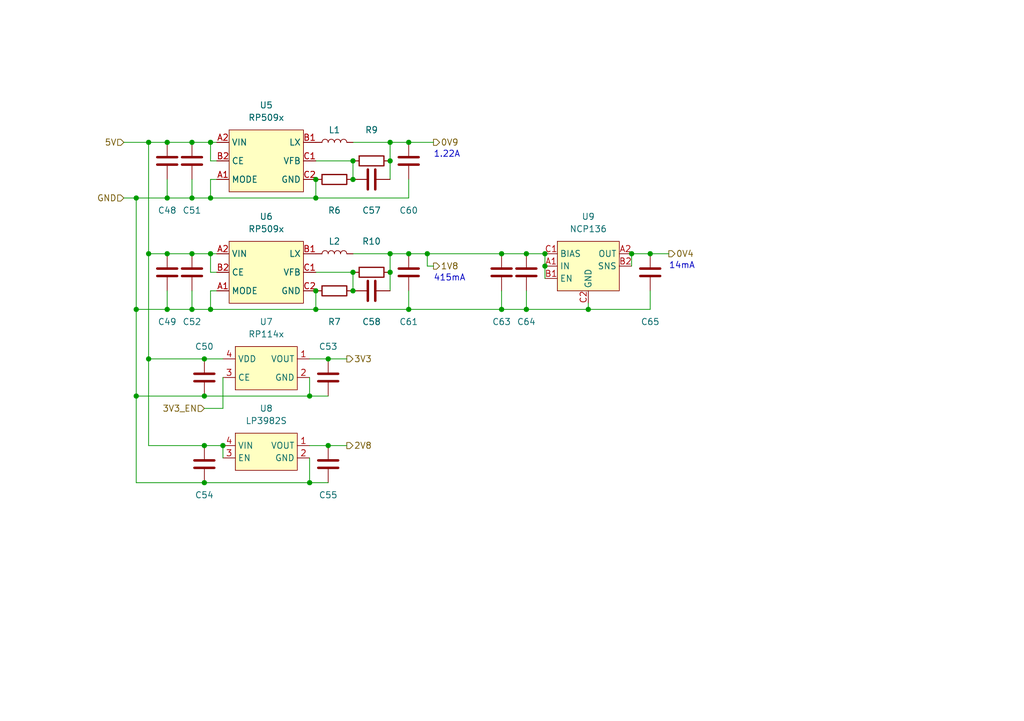
<source format=kicad_sch>
(kicad_sch (version 20250114) (generator "eeschema") (generator_version "9.0")
  (paper "A5")
  (title_block (title "Voltage Regulators") (date "2025-12-26") (rev "1") (company "team noon") (comment 3 "github.com/team-noon/hw1") (comment 4 "Drawn By: Sam"))
  (lib_symbols
    (symbol "Device:C" (pin_numbers (hide yes)) (pin_names (offset 0.254))
      (property "Reference" "C" (at 0.635 2.54 0))
      (property "Value" "C" (at 0.635 -2.54 0))
      (symbol "C_0_1"
        (polyline (pts (xy -2.032 0.762) (xy 2.032 0.762)) (stroke (width 0.508)))
        (polyline (pts (xy -2.032 -0.762) (xy 2.032 -0.762)) (stroke (width 0.508)))
      )
      (symbol "C_1_1"
        (pin passive line (at 0 3.81 270) (length 2.794) (name "~") (number "1"))
        (pin passive line (at 0 -3.81 90) (length 2.794) (name "~") (number "2"))
      )
    )
    (symbol "Device:L" (pin_numbers (hide yes)) (pin_names (offset 1.016) (hide yes))
      (property "Reference" "L" (at -1.27 0 90))
      (property "Value" "L" (at 1.905 0 90))
      (symbol "L_0_1"
        (arc (start 0 2.54) (mid 0.6323 1.905) (end 0 1.27))
        (arc (start 0 1.27) (mid 0.6323 0.635) (end 0 0))
        (arc (start 0 0) (mid 0.6323 -0.635) (end 0 -1.27))
        (arc (start 0 -1.27) (mid 0.6323 -1.905) (end 0 -2.54))
      )
      (symbol "L_1_1"
        (pin passive line (at 0 3.81 270) (length 1.27) (name "1") (number "1"))
        (pin passive line (at 0 -3.81 90) (length 1.27) (name "2") (number "2"))
      )
    )
    (symbol "Device:R" (pin_numbers (hide yes)) (pin_names (offset 0))
      (property "Reference" "R" (at 2.032 0 90))
      (property "Value" "R" (at 0 0 90))
      (symbol "R_0_1"
        (rectangle (start -1.016 -2.54) (end 1.016 2.54) (stroke (width 0.254)))
      )
      (symbol "R_1_1"
        (pin passive line (at 0 3.81 270) (length 1.27) (name "~") (number "1"))
        (pin passive line (at 0 -3.81 90) (length 1.27) (name "~") (number "2"))
      )
    )
    (symbol "RP509x_1"
      (property "Reference" "U" (at 0 3.81 0))
      (property "Value" "RP509x" (at 0 1.27 0))
      (symbol "RP509x_1_1_1"
        (rectangle (start -7.62 0) (end 7.62 -12.7) (fill (type background)))
        (pin power_in line (at -10.16 -2.54 0) (length 2.54) (name "VIN") (number "A2"))
        (pin input line (at -10.16 -6.35 0) (length 2.54) (name "CE") (number "B2"))
        (pin input line (at -10.16 -10.16 0) (length 2.54) (name "MODE") (number "A1"))
        (pin output line (at 10.16 -2.54 180) (length 2.54) (name "LX") (number "B1"))
        (pin input line (at 10.16 -6.35 180) (length 2.54) (name "VFB") (number "C1"))
        (pin passive line (at 10.16 -10.16 180) (length 2.54) (name "GND") (number "C2"))
      )
    )
    (symbol "lowpower:LP3982S"
      (property "Reference" "U" (at 0 3.81 0))
      (property "Value" "LP3982S" (at 0 1.27 0))
      (symbol "LP3982S_1_1"
        (rectangle (start -6.35 0) (end 6.35 -7.62) (fill (type background)))
        (pin input line (at -8.89 -2.54 0) (length 2.54) (name "VIN") (number "4"))
        (pin input line (at -8.89 -5.08 0) (length 2.54) (name "EN") (number "3"))
        (pin power_out line (at 8.89 -2.54 180) (length 2.54) (name "VOUT") (number "1"))
        (pin passive line (at 8.89 -5.08 180) (length 2.54) (name "GND") (number "2"))
      )
    )
    (symbol "nisshinbo:RP114x"
      (property "Reference" "U" (at 0 3.81 0))
      (property "Value" "RP114x" (at 0 1.27 0))
      (symbol "RP114x_1_1"
        (rectangle (start -6.35 0) (end 6.35 -8.89) (fill (type background)))
        (pin power_in line (at -8.89 -2.54 0) (length 2.54) (name "VDD") (number "4"))
        (pin input line (at -8.89 -6.35 0) (length 2.54) (name "CE") (number "3"))
        (pin power_out line (at 8.89 -2.54 180) (length 2.54) (name "VOUT") (number "1"))
        (pin passive line (at 8.89 -6.35 180) (length 2.54) (name "GND") (number "2"))
      )
    )
    (symbol "nisshinbo:RP509x"
      (property "Reference" "U" (at 0 3.81 0))
      (property "Value" "RP509x" (at 0 1.27 0))
      (symbol "RP509x_1_1"
        (rectangle (start -7.62 0) (end 7.62 -12.7) (fill (type background)))
        (pin power_in line (at -10.16 -2.54 0) (length 2.54) (name "VIN") (number "A2"))
        (pin input line (at -10.16 -6.35 0) (length 2.54) (name "CE") (number "B2"))
        (pin input line (at -10.16 -10.16 0) (length 2.54) (name "MODE") (number "A1"))
        (pin output line (at 10.16 -2.54 180) (length 2.54) (name "LX") (number "B1"))
        (pin input line (at 10.16 -6.35 180) (length 2.54) (name "VFB") (number "C1"))
        (pin passive line (at 10.16 -10.16 180) (length 2.54) (name "GND") (number "C2"))
      )
    )
    (symbol "onsemi:NCP136"
      (property "Reference" "U" (at 0 3.81 0))
      (property "Value" "NCP136" (at 0 1.27 0))
      (symbol "NCP136_1_1"
        (rectangle (start -6.35 0) (end 6.35 -10.16) (fill (type background)))
        (pin input line (at -8.89 -2.54 0) (length 2.54) (name "BIAS") (number "C1"))
        (pin power_in line (at -8.89 -5.08 0) (length 2.54) (name "IN") (number "A1"))
        (pin input line (at -8.89 -7.62 0) (length 2.54) (name "EN") (number "B1"))
        (pin passive line (at 0 -12.7 90) (length 2.54) (name "GND") (number "C2"))
        (pin power_out line (at 8.89 -2.54 180) (length 2.54) (name "OUT") (number "A2"))
        (pin input line (at 8.89 -5.08 180) (length 2.54) (name "SNS") (number "B2"))
      )
    )
  )
  (text "415mA" (at 88.9 57.15 0) (effects (font (size 1.27 1.27)) (justify left)))
  (text "1.22A" (at 88.9 31.75 0) (effects (font (size 1.27 1.27)) (justify left)))
  (text "14mA" (at 137.16 54.61 0) (effects (font (size 1.27 1.27)) (justify left)))
  (junction (at 87.63 52.07))
  (junction (at 41.91 91.44))
  (junction (at 39.37 40.64))
  (junction (at 80.01 29.21))
  (junction (at 43.18 40.64))
  (junction (at 129.54 52.07))
  (junction (at 72.39 36.83))
  (junction (at 64.77 63.5))
  (junction (at 39.37 29.21))
  (junction (at 34.29 40.64))
  (junction (at 107.95 52.07))
  (junction (at 83.82 52.07))
  (junction (at 107.95 63.5))
  (junction (at 43.18 29.21))
  (junction (at 43.18 63.5))
  (junction (at 111.76 54.61))
  (junction (at 34.29 52.07))
  (junction (at 27.94 81.28))
  (junction (at 133.35 52.07))
  (junction (at 80.01 33.02))
  (junction (at 102.87 63.5))
  (junction (at 67.31 73.66))
  (junction (at 63.5 81.28))
  (junction (at 41.91 73.66))
  (junction (at 111.76 52.07))
  (junction (at 72.39 55.88))
  (junction (at 34.29 29.21))
  (junction (at 80.01 55.88))
  (junction (at 27.94 63.5))
  (junction (at 72.39 59.69))
  (junction (at 45.72 91.44))
  (junction (at 39.37 63.5))
  (junction (at 67.31 91.44))
  (junction (at 30.48 52.07))
  (junction (at 43.18 52.07))
  (junction (at 30.48 73.66))
  (junction (at 30.48 29.21))
  (junction (at 39.37 52.07))
  (junction (at 102.87 52.07))
  (junction (at 64.77 59.69))
  (junction (at 64.77 36.83))
  (junction (at 41.91 99.06))
  (junction (at 80.01 52.07))
  (junction (at 83.82 63.5))
  (junction (at 34.29 63.5))
  (junction (at 63.5 99.06))
  (junction (at 27.94 40.64))
  (junction (at 83.82 29.21))
  (junction (at 64.77 40.64))
  (junction (at 72.39 33.02))
  (junction (at 41.91 81.28))
  (junction (at 120.65 63.5))
  (wire (pts (xy 102.87 59.69) (xy 102.87 63.5)))
  (wire (pts (xy 30.48 52.07) (xy 30.48 73.66)))
  (wire (pts (xy 43.18 55.88) (xy 44.45 55.88)))
  (wire (pts (xy 133.35 52.07) (xy 137.16 52.07)))
  (wire (pts (xy 41.91 91.44) (xy 45.72 91.44)))
  (wire (pts (xy 67.31 91.44) (xy 71.12 91.44)))
  (wire (pts (xy 64.77 40.64) (xy 83.82 40.64)))
  (wire (pts (xy 133.35 63.5) (xy 120.65 63.5)))
  (wire (pts (xy 43.18 59.69) (xy 43.18 63.5)))
  (wire (pts (xy 72.39 55.88) (xy 72.39 59.69)))
  (wire (pts (xy 27.94 99.06) (xy 41.91 99.06)))
  (wire (pts (xy 27.94 63.5) (xy 27.94 81.28)))
  (wire (pts (xy 34.29 40.64) (xy 39.37 40.64)))
  (wire (pts (xy 39.37 29.21) (xy 43.18 29.21)))
  (wire (pts (xy 107.95 63.5) (xy 120.65 63.5)))
  (wire (pts (xy 64.77 33.02) (xy 72.39 33.02)))
  (wire (pts (xy 43.18 33.02) (xy 44.45 33.02)))
  (wire (pts (xy 34.29 52.07) (xy 39.37 52.07)))
  (wire (pts (xy 34.29 59.69) (xy 34.29 63.5)))
  (wire (pts (xy 25.4 29.21) (xy 30.48 29.21)))
  (wire (pts (xy 43.18 36.83) (xy 44.45 36.83)))
  (wire (pts (xy 63.5 93.98) (xy 63.5 99.06)))
  (wire (pts (xy 102.87 63.5) (xy 107.95 63.5)))
  (wire (pts (xy 133.35 59.69) (xy 133.35 63.5)))
  (wire (pts (xy 39.37 59.69) (xy 39.37 63.5)))
  (wire (pts (xy 83.82 59.69) (xy 83.82 63.5)))
  (wire (pts (xy 30.48 29.21) (xy 34.29 29.21)))
  (wire (pts (xy 25.4 40.64) (xy 27.94 40.64)))
  (wire (pts (xy 80.01 59.69) (xy 80.01 55.88)))
  (wire (pts (xy 39.37 63.5) (xy 43.18 63.5)))
  (wire (pts (xy 34.29 36.83) (xy 34.29 40.64)))
  (wire (pts (xy 64.77 63.5) (xy 83.82 63.5)))
  (wire (pts (xy 120.65 63.5) (xy 120.65 62.23)))
  (wire (pts (xy 80.01 52.07) (xy 83.82 52.07)))
  (wire (pts (xy 43.18 55.88) (xy 43.18 52.07)))
  (wire (pts (xy 80.01 52.07) (xy 72.39 52.07)))
  (wire (pts (xy 43.18 40.64) (xy 64.77 40.64)))
  (wire (pts (xy 30.48 52.07) (xy 34.29 52.07)))
  (wire (pts (xy 87.63 52.07) (xy 83.82 52.07)))
  (wire (pts (xy 63.5 99.06) (xy 67.31 99.06)))
  (wire (pts (xy 83.82 29.21) (xy 88.9 29.21)))
  (wire (pts (xy 39.37 52.07) (xy 43.18 52.07)))
  (wire (pts (xy 72.39 33.02) (xy 72.39 36.83)))
  (wire (pts (xy 41.91 73.66) (xy 45.72 73.66)))
  (wire (pts (xy 63.5 81.28) (xy 67.31 81.28)))
  (wire (pts (xy 27.94 81.28) (xy 27.94 99.06)))
  (wire (pts (xy 27.94 63.5) (xy 34.29 63.5)))
  (wire (pts (xy 43.18 40.64) (xy 43.18 36.83)))
  (wire (pts (xy 34.29 29.21) (xy 39.37 29.21)))
  (wire (pts (xy 80.01 29.21) (xy 83.82 29.21)))
  (wire (pts (xy 30.48 73.66) (xy 41.91 73.66)))
  (wire (pts (xy 43.18 29.21) (xy 44.45 29.21)))
  (wire (pts (xy 27.94 81.28) (xy 41.91 81.28)))
  (wire (pts (xy 43.18 33.02) (xy 43.18 29.21)))
  (wire (pts (xy 64.77 36.83) (xy 64.77 40.64)))
  (wire (pts (xy 80.01 33.02) (xy 80.01 29.21)))
  (wire (pts (xy 43.18 52.07) (xy 44.45 52.07)))
  (wire (pts (xy 43.18 63.5) (xy 64.77 63.5)))
  (wire (pts (xy 30.48 73.66) (xy 30.48 91.44)))
  (wire (pts (xy 102.87 52.07) (xy 107.95 52.07)))
  (wire (pts (xy 107.95 59.69) (xy 107.95 63.5)))
  (wire (pts (xy 107.95 52.07) (xy 111.76 52.07)))
  (wire (pts (xy 45.72 83.82) (xy 45.72 77.47)))
  (wire (pts (xy 87.63 54.61) (xy 87.63 52.07)))
  (wire (pts (xy 34.29 63.5) (xy 39.37 63.5)))
  (wire (pts (xy 39.37 36.83) (xy 39.37 40.64)))
  (wire (pts (xy 27.94 40.64) (xy 34.29 40.64)))
  (wire (pts (xy 87.63 52.07) (xy 102.87 52.07)))
  (wire (pts (xy 64.77 59.69) (xy 64.77 63.5)))
  (wire (pts (xy 80.01 55.88) (xy 80.01 52.07)))
  (wire (pts (xy 43.18 59.69) (xy 44.45 59.69)))
  (wire (pts (xy 67.31 73.66) (xy 71.12 73.66)))
  (wire (pts (xy 111.76 52.07) (xy 111.76 54.61)))
  (wire (pts (xy 45.72 93.98) (xy 45.72 91.44)))
  (wire (pts (xy 64.77 55.88) (xy 72.39 55.88)))
  (wire (pts (xy 111.76 54.61) (xy 111.76 57.15)))
  (wire (pts (xy 83.82 40.64) (xy 83.82 36.83)))
  (wire (pts (xy 27.94 40.64) (xy 27.94 63.5)))
  (wire (pts (xy 63.5 91.44) (xy 67.31 91.44)))
  (wire (pts (xy 63.5 77.47) (xy 63.5 81.28)))
  (wire (pts (xy 30.48 29.21) (xy 30.48 52.07)))
  (wire (pts (xy 129.54 52.07) (xy 133.35 52.07)))
  (wire (pts (xy 41.91 99.06) (xy 63.5 99.06)))
  (wire (pts (xy 41.91 83.82) (xy 45.72 83.82)))
  (wire (pts (xy 41.91 81.28) (xy 63.5 81.28)))
  (wire (pts (xy 30.48 91.44) (xy 41.91 91.44)))
  (wire (pts (xy 129.54 52.07) (xy 129.54 54.61)))
  (wire (pts (xy 39.37 40.64) (xy 43.18 40.64)))
  (wire (pts (xy 67.31 73.66) (xy 63.5 73.66)))
  (wire (pts (xy 83.82 63.5) (xy 102.87 63.5)))
  (wire (pts (xy 80.01 36.83) (xy 80.01 33.02)))
  (wire (pts (xy 87.63 54.61) (xy 88.9 54.61)))
  (wire (pts (xy 80.01 29.21) (xy 72.39 29.21)))
  (hierarchical_label "3V3" (shape output) (at 71.12 73.66 0))
  (hierarchical_label "0V9" (shape output) (at 88.9 29.21 0))
  (hierarchical_label "3V3_EN" (shape input) (at 41.91 83.82 180))
  (hierarchical_label "GND" (shape input) (at 25.4 40.64 180))
  (hierarchical_label "0V4" (shape output) (at 137.16 52.07 0))
  (hierarchical_label "5V" (shape input) (at 25.4 29.21 180))
  (hierarchical_label "1V8" (shape output) (at 88.9 54.61 0))
  (hierarchical_label "2V8" (shape output) (at 71.12 91.44 0))
  (symbol (lib_id "Device:L") (at 68.58 52.07 90) (unit 1)
    (property "Reference" "L2" (at 68.58 49.53 90))
    (property "Value" "0.47u" (effects (hide yes)))
    (property "Footprint" "Inductor_SMD:L_0603_1608Metric" (effects (hide yes)))
    (property "Description" "Inductor" (effects (hide yes)))
    (property "LCSC" "C882988" (effects (hide yes)))
  )
  (symbol (lib_id "Device:C") (at 67.31 95.25 0) (unit 1)
    (property "Reference" "C55" (at 67.31 101.6 0))
    (property "Value" "1u" (effects (hide yes)))
    (property "Footprint" "Capacitor_SMD:C_0402_1005Metric" (effects (hide yes)))
    (property "Description" "Unpolarized capacitor" (effects (hide yes)))
  )
  (symbol (lib_id "lowpower:LP3982S") (at 54.61 88.9 0) (unit 1)
    (property "Reference" "U8" (at 54.61 83.82 0))
    (property "Value" "LP3982S" (at 54.61 86.36 0))
    (property "Footprint" "Package_DFN_QFN:UDFN-4-1EP_1x1mm_P0.65mm_EP0.48x0.48mm" (effects (hide yes)))
    (property "LCSC" "C42460078" (effects (hide yes)))
  )
  (symbol (lib_id "onsemi:NCP136") (at 120.65 49.53 0) (unit 1)
    (property "Reference" "U9" (at 120.65 44.45 0))
    (property "Value" "NCP136" (at 120.65 46.99 0))
    (property "Footprint" "Package_CSP:WLCSP-6_1.4x1.0mm_P0.4mm" (effects (hide yes)))
    (property "LCSC" "C895642" (effects (hide yes)))
  )
  (symbol (lib_id "Device:C") (at 107.95 55.88 0) (unit 1)
    (property "Reference" "C64" (at 107.95 66.04 0))
    (property "Value" "1u (Cbias)" (effects (hide yes)))
    (property "Footprint" "Capacitor_SMD:C_0402_1005Metric" (effects (hide yes)))
    (property "Description" "Unpolarized capacitor" (effects (hide yes)))
  )
  (symbol (lib_id "Device:C") (at 67.31 77.47 0) (mirror y) (unit 1)
    (property "Reference" "C53" (at 67.31 71.12 0))
    (property "Value" "1u" (effects (hide yes)))
    (property "Footprint" "Capacitor_SMD:C_0402_1005Metric" (effects (hide yes)))
    (property "Description" "Unpolarized capacitor" (effects (hide yes)))
  )
  (symbol (lib_id "Device:C") (at 83.82 33.02 0) (unit 1)
    (property "Reference" "C60" (at 83.82 43.18 0))
    (property "Value" "10u" (effects (hide yes)))
    (property "Footprint" "Capacitor_SMD:C_0402_1005Metric" (effects (hide yes)))
    (property "Description" "Unpolarized capacitor" (effects (hide yes)))
  )
  (symbol (lib_id "nisshinbo:RP114x") (at 54.61 71.12 0) (unit 1)
    (property "Reference" "U7" (at 54.61 66.04 0))
    (property "Value" "RP114x" (at 54.61 68.58 0))
    (property "Footprint" "Package_DFN_QFN:UDFN-4-1EP_1x1mm_P0.65mm_EP0.48x0.48mm" (effects (hide yes)))
    (property "LCSC" "C246258" (effects (hide yes)))
  )
  (symbol (lib_id "Device:R") (at 76.2 33.02 90) (unit 1)
    (property "Reference" "R9" (at 76.2 26.67 90))
    (property "Value" "110k" (effects (hide yes)))
    (property "Footprint" "Resistor_SMD:R_0402_1005Metric" (effects (hide yes)))
    (property "Description" "Resistor" (effects (hide yes)))
  )
  (symbol (lib_id "Device:R") (at 68.58 59.69 90) (unit 1)
    (property "Reference" "R7" (at 68.58 66.04 90))
    (property "Value" "220k" (effects (hide yes)))
    (property "Footprint" "Resistor_SMD:R_0402_1005Metric" (effects (hide yes)))
    (property "Description" "Resistor" (effects (hide yes)))
  )
  (symbol (lib_id "Device:C") (at 39.37 55.88 0) (unit 1)
    (property "Reference" "C52" (at 39.37 66.04 0))
    (property "Value" "4.7u" (effects (hide yes)))
    (property "Footprint" "Capacitor_SMD:C_0402_1005Metric" (effects (hide yes)))
    (property "Description" "Unpolarized capacitor" (effects (hide yes)))
  )
  (symbol (lib_name "RP509x_1") (lib_id "nisshinbo:RP509x") (at 54.61 49.53 0) (unit 1)
    (property "Reference" "U6" (at 54.61 44.45 0))
    (property "Value" "RP509x" (at 54.61 46.99 0))
    (property "Footprint" "Package_CSP:WLCSP-6_1.4x1.0mm_P0.4mm" (effects (hide yes)))
    (property "LCSC" "C3194629" (effects (hide yes)))
  )
  (symbol (lib_id "Device:C") (at 41.91 77.47 0) (unit 1)
    (property "Reference" "C50" (at 41.91 71.12 0))
    (property "Value" "1u" (effects (hide yes)))
    (property "Footprint" "Capacitor_SMD:C_0402_1005Metric" (effects (hide yes)))
    (property "Description" "Unpolarized capacitor" (effects (hide yes)))
  )
  (symbol (lib_id "Device:R") (at 68.58 36.83 90) (unit 1)
    (property "Reference" "R6" (at 68.58 43.18 90))
    (property "Value" "220k" (effects (hide yes)))
    (property "Footprint" "Resistor_SMD:R_0402_1005Metric" (effects (hide yes)))
    (property "Description" "Resistor" (effects (hide yes)))
  )
  (symbol (lib_id "Device:R") (at 76.2 55.88 90) (unit 1)
    (property "Reference" "R10" (at 76.2 49.53 90))
    (property "Value" "440k" (effects (hide yes)))
    (property "Footprint" "Resistor_SMD:R_0402_1005Metric" (effects (hide yes)))
    (property "Description" "Resistor" (effects (hide yes)))
  )
  (symbol (lib_id "Device:L") (at 68.58 29.21 90) (unit 1)
    (property "Reference" "L1" (at 68.58 26.67 90))
    (property "Value" "0.47u" (effects (hide yes)))
    (property "Footprint" "Inductor_SMD:L_0603_1608Metric" (effects (hide yes)))
    (property "Description" "Inductor" (effects (hide yes)))
    (property "LCSC" "C882988" (effects (hide yes)))
  )
  (symbol (lib_id "Device:C") (at 34.29 55.88 0) (unit 1)
    (property "Reference" "C49" (at 34.29 66.04 0))
    (property "Value" "10u" (effects (hide yes)))
    (property "Footprint" "Capacitor_SMD:C_0402_1005Metric" (effects (hide yes)))
    (property "Description" "Unpolarized capacitor" (effects (hide yes)))
  )
  (symbol (lib_id "Device:C") (at 83.82 55.88 0) (unit 1)
    (property "Reference" "C61" (at 83.82 66.04 0))
    (property "Value" "10u" (effects (hide yes)))
    (property "Footprint" "Capacitor_SMD:C_0402_1005Metric" (effects (hide yes)))
    (property "Description" "Unpolarized capacitor" (effects (hide yes)))
  )
  (symbol (lib_id "Device:C") (at 41.91 95.25 0) (unit 1)
    (property "Reference" "C54" (at 41.91 101.6 0))
    (property "Value" "1u" (effects (hide yes)))
    (property "Footprint" "Capacitor_SMD:C_0402_1005Metric" (effects (hide yes)))
    (property "Description" "Unpolarized capacitor" (effects (hide yes)))
  )
  (symbol (lib_id "Device:C") (at 133.35 55.88 0) (unit 1)
    (property "Reference" "C65" (at 133.35 66.04 0))
    (property "Value" "10u" (effects (hide yes)))
    (property "Footprint" "Capacitor_SMD:C_0402_1005Metric" (effects (hide yes)))
    (property "Description" "Unpolarized capacitor" (effects (hide yes)))
  )
  (symbol (lib_id "Device:C") (at 39.37 33.02 0) (unit 1)
    (property "Reference" "C51" (at 39.37 43.18 0))
    (property "Value" "4.7u" (effects (hide yes)))
    (property "Footprint" "Capacitor_SMD:C_0402_1005Metric" (effects (hide yes)))
    (property "Description" "Unpolarized capacitor" (effects (hide yes)))
  )
  (symbol (lib_id "Device:C") (at 102.87 55.88 0) (unit 1)
    (property "Reference" "C63" (at 102.87 66.04 0))
    (property "Value" "4.7u (Cin)" (effects (hide yes)))
    (property "Footprint" "Capacitor_SMD:C_0402_1005Metric" (effects (hide yes)))
    (property "Description" "Unpolarized capacitor" (effects (hide yes)))
  )
  (symbol (lib_id "Device:C") (at 76.2 59.69 90) (unit 1)
    (property "Reference" "C58" (at 76.2 66.04 90))
    (property "Value" "33p" (effects (hide yes)))
    (property "Footprint" "Capacitor_SMD:C_0402_1005Metric" (effects (hide yes)))
    (property "Description" "Unpolarized capacitor" (effects (hide yes)))
  )
  (symbol (lib_id "Device:C") (at 34.29 33.02 0) (unit 1)
    (property "Reference" "C48" (at 34.29 43.18 0))
    (property "Value" "10u" (effects (hide yes)))
    (property "Footprint" "Capacitor_SMD:C_0402_1005Metric" (effects (hide yes)))
    (property "Description" "Unpolarized capacitor" (effects (hide yes)))
  )
  (symbol (lib_id "nisshinbo:RP509x") (at 54.61 26.67 0) (unit 1)
    (property "Reference" "U5" (at 54.61 21.59 0))
    (property "Value" "RP509x" (at 54.61 24.13 0))
    (property "Footprint" "Package_CSP:WLCSP-6_1.4x1.0mm_P0.4mm" (effects (hide yes)))
    (property "LCSC" "C3194629" (effects (hide yes)))
  )
  (symbol (lib_id "Device:C") (at 76.2 36.83 90) (unit 1)
    (property "Reference" "C57" (at 76.2 43.18 90))
    (property "Value" "47p" (effects (hide yes)))
    (property "Footprint" "Capacitor_SMD:C_0402_1005Metric" (effects (hide yes)))
    (property "Description" "Unpolarized capacitor" (effects (hide yes)))
  )
)
</source>
